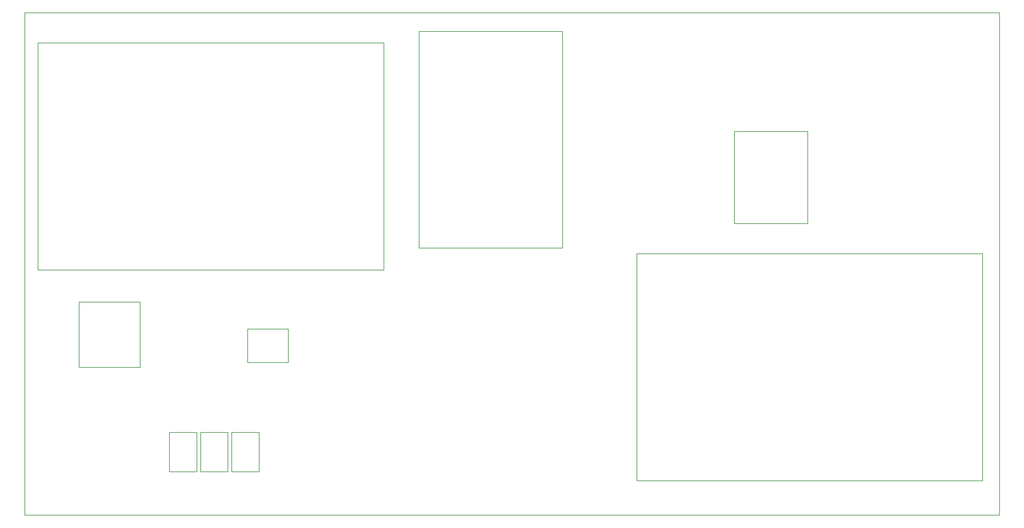
<source format=gko>
G04*
G04 #@! TF.GenerationSoftware,Altium Limited,Altium Designer,21.2.2 (38)*
G04*
G04 Layer_Color=16711935*
%FSLAX43Y43*%
%MOMM*%
G71*
G04*
G04 #@! TF.SameCoordinates,F6177738-A101-420F-8975-3F4184574452*
G04*
G04*
G04 #@! TF.FilePolarity,Positive*
G04*
G01*
G75*
%ADD15C,0.254*%
D15*
Y762D02*
X393700D01*
X0Y203962D02*
X393700D01*
Y762D02*
Y203962D01*
X0Y762D02*
Y203962D01*
X83617Y18339D02*
X94640D01*
X83617Y34239D02*
X94640D01*
X83617Y18339D02*
Y34239D01*
X94640Y18339D02*
Y34239D01*
X71044Y18339D02*
X82067D01*
X71044Y34239D02*
X82067D01*
X71044Y18339D02*
Y34239D01*
X82067Y18339D02*
Y34239D01*
X58471Y18339D02*
X69494D01*
X58471Y34239D02*
X69494D01*
X58471Y18339D02*
Y34239D01*
X69494Y18339D02*
Y34239D01*
X217170Y108839D02*
Y196469D01*
X159258Y108839D02*
Y196469D01*
X217170D01*
X159258Y108839D02*
X217170D01*
X247234Y14697D02*
Y106544D01*
Y14697D02*
X386884D01*
X247234Y106544D02*
X386884D01*
Y14697D02*
Y106544D01*
X5385Y99924D02*
Y191770D01*
Y99924D02*
X145034D01*
X5385Y191770D02*
X145034D01*
Y99924D02*
Y191770D01*
X286639Y118770D02*
X316230D01*
X286639Y155956D02*
X316230D01*
X286639Y118770D02*
Y155956D01*
X316230Y118770D02*
Y155956D01*
X90043Y62484D02*
Y76073D01*
X106426Y62484D02*
Y76073D01*
X90043D02*
X106426D01*
X90043Y62484D02*
X106426D01*
X21910Y60604D02*
Y87020D01*
X46573Y60604D02*
Y87020D01*
X21910D02*
X46573D01*
X21910Y60604D02*
X46573D01*
M02*

</source>
